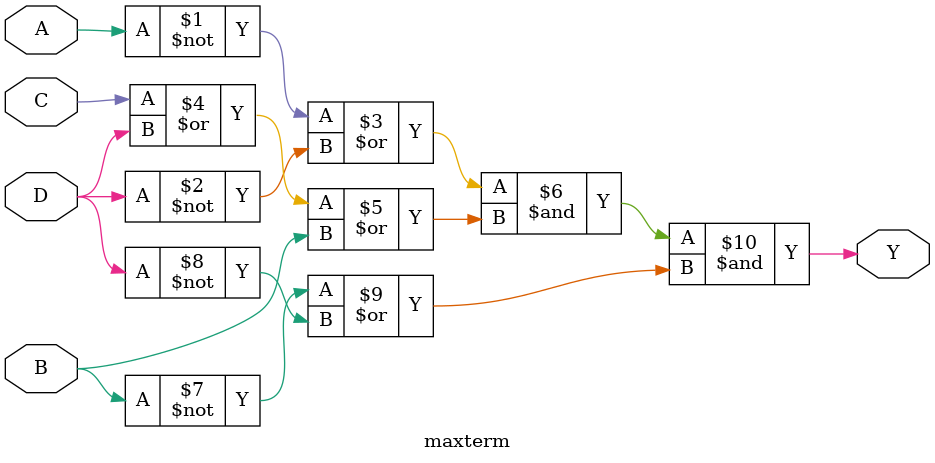
<source format=v>
module maxterm (
    input A, B, C, D,
    output Y
);

assign Y = (~A | ~D) & (C | D | B) & (~B | ~D);// Enter your equation here

endmodule

</source>
